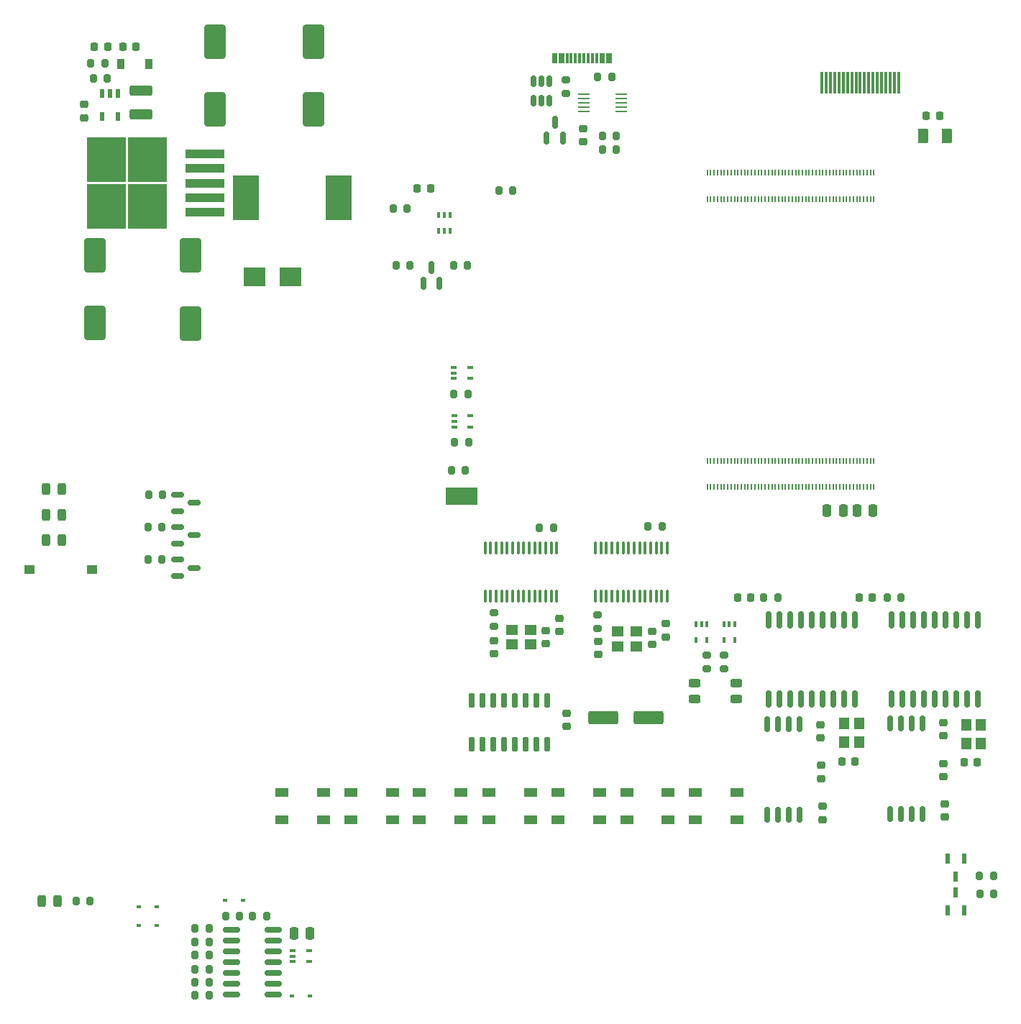
<source format=gtp>
G04 #@! TF.GenerationSoftware,KiCad,Pcbnew,6.0.2+dfsg-1*
G04 #@! TF.CreationDate,2022-11-23T20:56:24-08:00*
G04 #@! TF.ProjectId,cm4-robot,636d342d-726f-4626-9f74-2e6b69636164,rev?*
G04 #@! TF.SameCoordinates,Original*
G04 #@! TF.FileFunction,Paste,Top*
G04 #@! TF.FilePolarity,Positive*
%FSLAX46Y46*%
G04 Gerber Fmt 4.6, Leading zero omitted, Abs format (unit mm)*
G04 Created by KiCad (PCBNEW 6.0.2+dfsg-1) date 2022-11-23 20:56:24*
%MOMM*%
%LPD*%
G01*
G04 APERTURE LIST*
G04 Aperture macros list*
%AMRoundRect*
0 Rectangle with rounded corners*
0 $1 Rounding radius*
0 $2 $3 $4 $5 $6 $7 $8 $9 X,Y pos of 4 corners*
0 Add a 4 corners polygon primitive as box body*
4,1,4,$2,$3,$4,$5,$6,$7,$8,$9,$2,$3,0*
0 Add four circle primitives for the rounded corners*
1,1,$1+$1,$2,$3*
1,1,$1+$1,$4,$5*
1,1,$1+$1,$6,$7*
1,1,$1+$1,$8,$9*
0 Add four rect primitives between the rounded corners*
20,1,$1+$1,$2,$3,$4,$5,0*
20,1,$1+$1,$4,$5,$6,$7,0*
20,1,$1+$1,$6,$7,$8,$9,0*
20,1,$1+$1,$8,$9,$2,$3,0*%
G04 Aperture macros list end*
%ADD10RoundRect,0.200000X-0.200000X-0.275000X0.200000X-0.275000X0.200000X0.275000X-0.200000X0.275000X0*%
%ADD11R,0.600000X0.450000*%
%ADD12R,1.400000X1.200000*%
%ADD13RoundRect,0.250000X1.075000X-0.375000X1.075000X0.375000X-1.075000X0.375000X-1.075000X-0.375000X0*%
%ADD14RoundRect,0.250000X-1.000000X1.750000X-1.000000X-1.750000X1.000000X-1.750000X1.000000X1.750000X0*%
%ADD15R,2.500000X2.300000*%
%ADD16R,0.228600X0.711200*%
%ADD17R,1.500000X1.000000*%
%ADD18RoundRect,0.225000X-0.250000X0.225000X-0.250000X-0.225000X0.250000X-0.225000X0.250000X0.225000X0*%
%ADD19RoundRect,0.200000X0.200000X0.275000X-0.200000X0.275000X-0.200000X-0.275000X0.200000X-0.275000X0*%
%ADD20RoundRect,0.225000X0.250000X-0.225000X0.250000X0.225000X-0.250000X0.225000X-0.250000X-0.225000X0*%
%ADD21RoundRect,0.225000X-0.225000X-0.250000X0.225000X-0.250000X0.225000X0.250000X-0.225000X0.250000X0*%
%ADD22R,0.600000X1.300000*%
%ADD23R,0.650000X0.400000*%
%ADD24R,1.200000X1.400000*%
%ADD25RoundRect,0.250000X1.000000X-1.750000X1.000000X1.750000X-1.000000X1.750000X-1.000000X-1.750000X0*%
%ADD26RoundRect,0.150000X-0.587500X-0.150000X0.587500X-0.150000X0.587500X0.150000X-0.587500X0.150000X0*%
%ADD27RoundRect,0.250000X0.375000X0.625000X-0.375000X0.625000X-0.375000X-0.625000X0.375000X-0.625000X0*%
%ADD28RoundRect,0.225000X0.225000X0.250000X-0.225000X0.250000X-0.225000X-0.250000X0.225000X-0.250000X0*%
%ADD29RoundRect,0.200000X0.275000X-0.200000X0.275000X0.200000X-0.275000X0.200000X-0.275000X-0.200000X0*%
%ADD30R,0.300000X2.600000*%
%ADD31R,0.600000X1.050000*%
%ADD32RoundRect,0.200000X-0.275000X0.200000X-0.275000X-0.200000X0.275000X-0.200000X0.275000X0.200000X0*%
%ADD33RoundRect,0.150000X0.150000X-0.875000X0.150000X0.875000X-0.150000X0.875000X-0.150000X-0.875000X0*%
%ADD34R,0.400000X0.650000*%
%ADD35RoundRect,0.150000X-0.825000X-0.150000X0.825000X-0.150000X0.825000X0.150000X-0.825000X0.150000X0*%
%ADD36RoundRect,0.250000X-0.250000X-0.475000X0.250000X-0.475000X0.250000X0.475000X-0.250000X0.475000X0*%
%ADD37R,4.550000X5.250000*%
%ADD38R,4.600000X1.100000*%
%ADD39RoundRect,0.150000X-0.150000X0.750000X-0.150000X-0.750000X0.150000X-0.750000X0.150000X0.750000X0*%
%ADD40RoundRect,0.243750X0.243750X0.456250X-0.243750X0.456250X-0.243750X-0.456250X0.243750X-0.456250X0*%
%ADD41R,1.200000X1.000000*%
%ADD42RoundRect,0.250000X0.250000X0.475000X-0.250000X0.475000X-0.250000X-0.475000X0.250000X-0.475000X0*%
%ADD43RoundRect,0.250000X-1.500000X-0.550000X1.500000X-0.550000X1.500000X0.550000X-1.500000X0.550000X0*%
%ADD44RoundRect,0.150000X0.150000X-0.587500X0.150000X0.587500X-0.150000X0.587500X-0.150000X-0.587500X0*%
%ADD45R,0.300000X1.150000*%
%ADD46RoundRect,0.243750X0.456250X-0.243750X0.456250X0.243750X-0.456250X0.243750X-0.456250X-0.243750X0*%
%ADD47RoundRect,0.100000X0.100000X-0.637500X0.100000X0.637500X-0.100000X0.637500X-0.100000X-0.637500X0*%
%ADD48R,1.358900X0.279400*%
%ADD49R,0.900000X1.200000*%
%ADD50RoundRect,0.150000X0.150000X-0.725000X0.150000X0.725000X-0.150000X0.725000X-0.150000X-0.725000X0*%
%ADD51R,0.200000X0.700000*%
%ADD52RoundRect,0.150000X-0.150000X0.512500X-0.150000X-0.512500X0.150000X-0.512500X0.150000X0.512500X0*%
%ADD53R,3.149600X5.308600*%
%ADD54R,3.800000X2.000000*%
G04 APERTURE END LIST*
D10*
X62636000Y-151613000D03*
X64286000Y-151613000D03*
D11*
X58128000Y-148094000D03*
X56028000Y-148094000D03*
D12*
X102115000Y-113269000D03*
X99915000Y-113269000D03*
X99915000Y-114969000D03*
X102115000Y-114969000D03*
D13*
X56262000Y-52608000D03*
X56262000Y-49808000D03*
D14*
X62099000Y-69208000D03*
X62099000Y-77208000D03*
D15*
X69596000Y-71756000D03*
X73896000Y-71756000D03*
D16*
X122950002Y-59500001D03*
X122950002Y-62579999D03*
X123350001Y-59500001D03*
X123350001Y-62579999D03*
X123750000Y-59500001D03*
X123750000Y-62579999D03*
X124150002Y-59500001D03*
X124150002Y-62579999D03*
X124550001Y-59500001D03*
X124550001Y-62579999D03*
X124950000Y-59500001D03*
X124950000Y-62579999D03*
X125350002Y-59500001D03*
X125350002Y-62579999D03*
X125750001Y-59500001D03*
X125750001Y-62579999D03*
X126150001Y-59500001D03*
X126150001Y-62579999D03*
X126550000Y-59500001D03*
X126550000Y-62579999D03*
X126950001Y-59500001D03*
X126950001Y-62579999D03*
X127350001Y-59500001D03*
X127350001Y-62579999D03*
X127750000Y-59500001D03*
X127750000Y-62579999D03*
X128150002Y-59500001D03*
X128150002Y-62579999D03*
X128550001Y-59500001D03*
X128550001Y-62579999D03*
X128950000Y-59500001D03*
X128950000Y-62579999D03*
X129350002Y-59500001D03*
X129350002Y-62579999D03*
X129750001Y-59500001D03*
X129750001Y-62579999D03*
X130150000Y-59500001D03*
X130150000Y-62579999D03*
X130549999Y-59500001D03*
X130549999Y-62579999D03*
X130950001Y-59500001D03*
X130950001Y-62579999D03*
X131350000Y-59500001D03*
X131350000Y-62579999D03*
X131749999Y-59500001D03*
X131749999Y-62579999D03*
X132150001Y-59500001D03*
X132150001Y-62579999D03*
X132550000Y-59500001D03*
X132550000Y-62579999D03*
X132950000Y-59500001D03*
X132950000Y-62579999D03*
X133350001Y-59500001D03*
X133350001Y-62579999D03*
X133750001Y-59500001D03*
X133750001Y-62579999D03*
X134150000Y-59500001D03*
X134150000Y-62579999D03*
X134549999Y-59500001D03*
X134549999Y-62579999D03*
X134950001Y-59500001D03*
X134950001Y-62579999D03*
X135350000Y-59500001D03*
X135350000Y-62579999D03*
X135749999Y-59500001D03*
X135749999Y-62579999D03*
X136150001Y-59500001D03*
X136150001Y-62579999D03*
X136550000Y-59500001D03*
X136550000Y-62579999D03*
X136949999Y-59500001D03*
X136949999Y-62579999D03*
X137349998Y-59500001D03*
X137349998Y-62579999D03*
X137750000Y-59500001D03*
X137750000Y-62579999D03*
X138149999Y-59500001D03*
X138149999Y-62579999D03*
X138549999Y-59500001D03*
X138549999Y-62579999D03*
X138950000Y-59500001D03*
X138950000Y-62579999D03*
X139349999Y-59500001D03*
X139349999Y-62579999D03*
X139749999Y-59500001D03*
X139749999Y-62579999D03*
X140150000Y-59500001D03*
X140150000Y-62579999D03*
X140550000Y-59500001D03*
X140550000Y-62579999D03*
X140949999Y-59500001D03*
X140949999Y-62579999D03*
X141349998Y-59500001D03*
X141349998Y-62579999D03*
X141750000Y-59500001D03*
X141750000Y-62579999D03*
X142149999Y-59500001D03*
X142149999Y-62579999D03*
X142549998Y-59500001D03*
X142549998Y-62579999D03*
D17*
X102150000Y-135650000D03*
X102150000Y-132450000D03*
X97250000Y-132450000D03*
X97250000Y-135650000D03*
D18*
X136250000Y-124475000D03*
X136250000Y-126025000D03*
D10*
X93206000Y-91223000D03*
X94856000Y-91223000D03*
D19*
X64286000Y-150036000D03*
X62636000Y-150036000D03*
D20*
X110066000Y-116220000D03*
X110066000Y-114670000D03*
D19*
X111697000Y-48203000D03*
X110047000Y-48203000D03*
D21*
X88787000Y-61334000D03*
X90337000Y-61334000D03*
D22*
X153168000Y-140255000D03*
X151268000Y-140255000D03*
X152218000Y-142355000D03*
D12*
X114552000Y-113521000D03*
X112352000Y-113521000D03*
X112352000Y-115221000D03*
X114552000Y-115221000D03*
D18*
X136353000Y-129269000D03*
X136353000Y-130819000D03*
D23*
X93111000Y-82409000D03*
X93111000Y-83059000D03*
X93111000Y-83709000D03*
X95011000Y-83709000D03*
X95011000Y-82409000D03*
D24*
X140800000Y-126481000D03*
X140800000Y-124281000D03*
X139100000Y-124281000D03*
X139100000Y-126481000D03*
D20*
X105533000Y-113505000D03*
X105533000Y-111955000D03*
D25*
X76556000Y-52038000D03*
X76556000Y-44038000D03*
D19*
X112233000Y-56726000D03*
X110583000Y-56726000D03*
D26*
X60613500Y-97399000D03*
X60613500Y-99299000D03*
X62488500Y-98349000D03*
D10*
X154985000Y-142250000D03*
X156635000Y-142250000D03*
D27*
X151151000Y-55145000D03*
X148351000Y-55145000D03*
D28*
X52335600Y-44626600D03*
X50785600Y-44626600D03*
D21*
X126519000Y-109512000D03*
X128069000Y-109512000D03*
D17*
X118350000Y-135650000D03*
X118350000Y-132450000D03*
X113450000Y-132450000D03*
X113450000Y-135650000D03*
D21*
X148727000Y-52742000D03*
X150277000Y-52742000D03*
D22*
X151268000Y-146305000D03*
X153168000Y-146305000D03*
X152218000Y-144205000D03*
D26*
X60613500Y-101223000D03*
X60613500Y-103123000D03*
X62488500Y-102173000D03*
D17*
X77750000Y-135650000D03*
X77750000Y-132450000D03*
X72850000Y-132450000D03*
X72850000Y-135650000D03*
D29*
X124890000Y-117911000D03*
X124890000Y-116261000D03*
D30*
X136460000Y-48849000D03*
X136960000Y-48849000D03*
X137460000Y-48849000D03*
X137960000Y-48849000D03*
X138460000Y-48849000D03*
X138960000Y-48849000D03*
X139460000Y-48849000D03*
X139960000Y-48849000D03*
X140460000Y-48849000D03*
X140960000Y-48849000D03*
X141460000Y-48849000D03*
X141960000Y-48849000D03*
X142460000Y-48849000D03*
X142960000Y-48849000D03*
X143460000Y-48849000D03*
X143960000Y-48849000D03*
X144460000Y-48849000D03*
X144960000Y-48849000D03*
X145460000Y-48849000D03*
D31*
X53567000Y-50192000D03*
X52617000Y-50192000D03*
X51667000Y-50192000D03*
X51667000Y-52892000D03*
X53567000Y-52892000D03*
D10*
X57074000Y-101234000D03*
X58724000Y-101234000D03*
X62636000Y-148436000D03*
X64286000Y-148436000D03*
D23*
X93153000Y-88117000D03*
X93153000Y-88767000D03*
X93153000Y-89417000D03*
X95053000Y-89417000D03*
X95053000Y-88117000D03*
D10*
X48621000Y-145218000D03*
X50271000Y-145218000D03*
D18*
X116412000Y-113453000D03*
X116412000Y-115003000D03*
D32*
X97824000Y-111252000D03*
X97824000Y-112902000D03*
D33*
X130209000Y-121401000D03*
X131479000Y-121401000D03*
X132749000Y-121401000D03*
X134019000Y-121401000D03*
X135289000Y-121401000D03*
X136559000Y-121401000D03*
X137829000Y-121401000D03*
X139099000Y-121401000D03*
X140369000Y-121401000D03*
X140369000Y-112101000D03*
X139099000Y-112101000D03*
X137829000Y-112101000D03*
X136559000Y-112101000D03*
X135289000Y-112101000D03*
X134019000Y-112101000D03*
X132749000Y-112101000D03*
X131479000Y-112101000D03*
X130209000Y-112101000D03*
D21*
X54128000Y-44635800D03*
X55678000Y-44635800D03*
D18*
X150872000Y-133816000D03*
X150872000Y-135366000D03*
D19*
X64286000Y-154790000D03*
X62636000Y-154790000D03*
D28*
X140360000Y-128794000D03*
X138810000Y-128794000D03*
D20*
X97846000Y-116092000D03*
X97846000Y-114542000D03*
D19*
X94475000Y-94489000D03*
X92825000Y-94489000D03*
D34*
X126186000Y-112624000D03*
X125536000Y-112624000D03*
X124886000Y-112624000D03*
X124886000Y-114524000D03*
X126186000Y-114524000D03*
D35*
X66891000Y-148643000D03*
X66891000Y-149913000D03*
X66891000Y-151183000D03*
X66891000Y-152453000D03*
X66891000Y-153723000D03*
X66891000Y-154993000D03*
X66891000Y-156263000D03*
X71841000Y-156263000D03*
X71841000Y-154993000D03*
X71841000Y-153723000D03*
X71841000Y-152453000D03*
X71841000Y-151183000D03*
X71841000Y-149913000D03*
X71841000Y-148643000D03*
D24*
X155119000Y-126651000D03*
X155119000Y-124451000D03*
X153419000Y-124451000D03*
X153419000Y-126651000D03*
D36*
X140550000Y-99250000D03*
X142450000Y-99250000D03*
D11*
X74027000Y-156423000D03*
X76127000Y-156423000D03*
D37*
X52206000Y-57921000D03*
X52206000Y-63471000D03*
X57056000Y-63471000D03*
X57056000Y-57921000D03*
D38*
X63781000Y-64096000D03*
X63781000Y-62396000D03*
X63781000Y-60696000D03*
X63781000Y-58996000D03*
X63781000Y-57296000D03*
D34*
X122909000Y-112629000D03*
X122259000Y-112629000D03*
X121609000Y-112629000D03*
X121609000Y-114529000D03*
X122909000Y-114529000D03*
D39*
X148292000Y-124297000D03*
X147022000Y-124297000D03*
X145752000Y-124297000D03*
X144482000Y-124297000D03*
X144482000Y-134947000D03*
X145752000Y-134947000D03*
X147022000Y-134947000D03*
X148292000Y-134947000D03*
D25*
X65016000Y-52038000D03*
X65016000Y-44038000D03*
D32*
X106282000Y-48501000D03*
X106282000Y-50151000D03*
D19*
X145764000Y-109512000D03*
X144114000Y-109512000D03*
D23*
X74125000Y-151070000D03*
X74125000Y-151720000D03*
X74125000Y-152370000D03*
X76025000Y-152370000D03*
X76025000Y-151070000D03*
D40*
X46937500Y-99750000D03*
X45062500Y-99750000D03*
D10*
X57074000Y-105039000D03*
X58724000Y-105039000D03*
X50336000Y-46602000D03*
X51986000Y-46602000D03*
D19*
X156675000Y-144350000D03*
X155025000Y-144350000D03*
X64286000Y-153240000D03*
X62636000Y-153240000D03*
D29*
X122884000Y-117894000D03*
X122884000Y-116244000D03*
D14*
X50800000Y-69191000D03*
X50800000Y-77191000D03*
D41*
X43124000Y-106171000D03*
X50524000Y-106171000D03*
D11*
X68253000Y-145123000D03*
X66153000Y-145123000D03*
D17*
X126450000Y-135650000D03*
X126450000Y-132450000D03*
X121550000Y-132450000D03*
X121550000Y-135650000D03*
D10*
X110573000Y-55148000D03*
X112223000Y-55148000D03*
X86309000Y-70403000D03*
X87959000Y-70403000D03*
D42*
X138950000Y-99250000D03*
X137050000Y-99250000D03*
D43*
X110662000Y-123675000D03*
X116062000Y-123675000D03*
D44*
X104036000Y-55389500D03*
X105936000Y-55389500D03*
X104986000Y-53514500D03*
D18*
X150745000Y-129019000D03*
X150745000Y-130569000D03*
D10*
X85971000Y-63672000D03*
X87621000Y-63672000D03*
X69386000Y-146993000D03*
X71036000Y-146993000D03*
X57147000Y-97427000D03*
X58797000Y-97427000D03*
D18*
X150750000Y-124215000D03*
X150750000Y-125765000D03*
D10*
X62636000Y-156363000D03*
X64286000Y-156363000D03*
X98397000Y-61618000D03*
X100047000Y-61618000D03*
D20*
X108331000Y-55847000D03*
X108331000Y-54297000D03*
D19*
X94750000Y-85540000D03*
X93100000Y-85540000D03*
X52305000Y-48334000D03*
X50655000Y-48334000D03*
D40*
X46937500Y-96750000D03*
X45062500Y-96750000D03*
D19*
X104839000Y-101267000D03*
X103189000Y-101267000D03*
D32*
X110022000Y-111502000D03*
X110022000Y-113152000D03*
D45*
X111520000Y-46018000D03*
X110720000Y-46018000D03*
X109420000Y-46018000D03*
X108420000Y-46018000D03*
X107920000Y-46018000D03*
X106920000Y-46018000D03*
X105620000Y-46018000D03*
X104820000Y-46018000D03*
X105120000Y-46018000D03*
X105920000Y-46018000D03*
X106420000Y-46018000D03*
X107420000Y-46018000D03*
X108920000Y-46018000D03*
X109920000Y-46018000D03*
X110420000Y-46018000D03*
X111220000Y-46018000D03*
D26*
X60613500Y-105041000D03*
X60613500Y-106941000D03*
X62488500Y-105991000D03*
D36*
X74290000Y-149030000D03*
X76190000Y-149030000D03*
D20*
X49571000Y-53000000D03*
X49571000Y-51450000D03*
D10*
X66236000Y-146993000D03*
X67886000Y-146993000D03*
D33*
X144682000Y-121397000D03*
X145952000Y-121397000D03*
X147222000Y-121397000D03*
X148492000Y-121397000D03*
X149762000Y-121397000D03*
X151032000Y-121397000D03*
X152302000Y-121397000D03*
X153572000Y-121397000D03*
X154842000Y-121397000D03*
X154842000Y-112097000D03*
X153572000Y-112097000D03*
X152302000Y-112097000D03*
X151032000Y-112097000D03*
X149762000Y-112097000D03*
X148492000Y-112097000D03*
X147222000Y-112097000D03*
X145952000Y-112097000D03*
X144682000Y-112097000D03*
D17*
X85850000Y-135650000D03*
X85850000Y-132450000D03*
X80950000Y-132450000D03*
X80950000Y-135650000D03*
X93950000Y-135650000D03*
X93950000Y-132450000D03*
X89050000Y-132450000D03*
X89050000Y-135650000D03*
D39*
X133771000Y-124424000D03*
X132501000Y-124424000D03*
X131231000Y-124424000D03*
X129961000Y-124424000D03*
X129961000Y-135074000D03*
X131231000Y-135074000D03*
X132501000Y-135074000D03*
X133771000Y-135074000D03*
D17*
X110250000Y-135650000D03*
X110250000Y-132450000D03*
X105350000Y-132450000D03*
X105350000Y-135650000D03*
D46*
X121430000Y-121466500D03*
X121430000Y-119591500D03*
D28*
X154731000Y-128927000D03*
X153181000Y-128927000D03*
D18*
X136497000Y-134089000D03*
X136497000Y-135639000D03*
D19*
X131240000Y-109512000D03*
X129590000Y-109512000D03*
D47*
X96775000Y-109362500D03*
X97425000Y-109362500D03*
X98075000Y-109362500D03*
X98725000Y-109362500D03*
X99375000Y-109362500D03*
X100025000Y-109362500D03*
X100675000Y-109362500D03*
X101325000Y-109362500D03*
X101975000Y-109362500D03*
X102625000Y-109362500D03*
X103275000Y-109362500D03*
X103925000Y-109362500D03*
X104575000Y-109362500D03*
X105225000Y-109362500D03*
X105225000Y-103637500D03*
X104575000Y-103637500D03*
X103925000Y-103637500D03*
X103275000Y-103637500D03*
X102625000Y-103637500D03*
X101975000Y-103637500D03*
X101325000Y-103637500D03*
X100675000Y-103637500D03*
X100025000Y-103637500D03*
X99375000Y-103637500D03*
X98725000Y-103637500D03*
X98075000Y-103637500D03*
X97425000Y-103637500D03*
X96775000Y-103637500D03*
D21*
X140814000Y-109512000D03*
X142364000Y-109512000D03*
D16*
X122950002Y-93420001D03*
X122950002Y-96499999D03*
X123350001Y-93420001D03*
X123350001Y-96499999D03*
X123750000Y-93420001D03*
X123750000Y-96499999D03*
X124150002Y-93420001D03*
X124150002Y-96499999D03*
X124550001Y-93420001D03*
X124550001Y-96499999D03*
X124950000Y-93420001D03*
X124950000Y-96499999D03*
X125350002Y-93420001D03*
X125350002Y-96499999D03*
X125750001Y-93420001D03*
X125750001Y-96499999D03*
X126150001Y-93420001D03*
X126150001Y-96499999D03*
X126550000Y-93420001D03*
X126550000Y-96499999D03*
X126950001Y-93420001D03*
X126950001Y-96499999D03*
X127350001Y-93420001D03*
X127350001Y-96499999D03*
X127750000Y-93420001D03*
X127750000Y-96499999D03*
X128150002Y-93420001D03*
X128150002Y-96499999D03*
X128550001Y-93420001D03*
X128550001Y-96499999D03*
X128950000Y-93420001D03*
X128950000Y-96499999D03*
X129350002Y-93420001D03*
X129350002Y-96499999D03*
X129750001Y-93420001D03*
X129750001Y-96499999D03*
X130150000Y-93420001D03*
X130150000Y-96499999D03*
X130549999Y-93420001D03*
X130549999Y-96499999D03*
X130950001Y-93420001D03*
X130950001Y-96499999D03*
X131350000Y-93420001D03*
X131350000Y-96499999D03*
X131749999Y-93420001D03*
X131749999Y-96499999D03*
X132150001Y-93420001D03*
X132150001Y-96499999D03*
X132550000Y-93420001D03*
X132550000Y-96499999D03*
X132950000Y-93420001D03*
X132950000Y-96499999D03*
X133350001Y-93420001D03*
X133350001Y-96499999D03*
X133750001Y-93420001D03*
X133750001Y-96499999D03*
X134150000Y-93420001D03*
X134150000Y-96499999D03*
X134549999Y-93420001D03*
X134549999Y-96499999D03*
X134950001Y-93420001D03*
X134950001Y-96499999D03*
X135350000Y-93420001D03*
X135350000Y-96499999D03*
X135749999Y-93420001D03*
X135749999Y-96499999D03*
X136150001Y-93420001D03*
X136150001Y-96499999D03*
X136550000Y-93420001D03*
X136550000Y-96499999D03*
X136949999Y-93420001D03*
X136949999Y-96499999D03*
X137349998Y-93420001D03*
X137349998Y-96499999D03*
X137750000Y-93420001D03*
X137750000Y-96499999D03*
X138149999Y-93420001D03*
X138149999Y-96499999D03*
X138549999Y-93420001D03*
X138549999Y-96499999D03*
X138950000Y-93420001D03*
X138950000Y-96499999D03*
X139349999Y-93420001D03*
X139349999Y-96499999D03*
X139749999Y-93420001D03*
X139749999Y-96499999D03*
X140150000Y-93420001D03*
X140150000Y-96499999D03*
X140550000Y-93420001D03*
X140550000Y-96499999D03*
X140949999Y-93420001D03*
X140949999Y-96499999D03*
X141349998Y-93420001D03*
X141349998Y-96499999D03*
X141750000Y-93420001D03*
X141750000Y-96499999D03*
X142149999Y-93420001D03*
X142149999Y-96499999D03*
X142549998Y-93420001D03*
X142549998Y-96499999D03*
D48*
X112848550Y-52262001D03*
X112848550Y-51761999D03*
X112848550Y-51262000D03*
X112848550Y-50762001D03*
X112848550Y-50261999D03*
X108441650Y-50261999D03*
X108441650Y-50762001D03*
X108441650Y-51262000D03*
X108441650Y-51761999D03*
X108441650Y-52262001D03*
D19*
X94709000Y-70369000D03*
X93059000Y-70369000D03*
D20*
X118031000Y-114141000D03*
X118031000Y-112591000D03*
D40*
X46442500Y-145203000D03*
X44567500Y-145203000D03*
D49*
X53898000Y-46713200D03*
X57198000Y-46713200D03*
D50*
X95187000Y-126753000D03*
X96457000Y-126753000D03*
X97727000Y-126753000D03*
X98997000Y-126753000D03*
X100267000Y-126753000D03*
X101537000Y-126753000D03*
X102807000Y-126753000D03*
X104077000Y-126753000D03*
X104077000Y-121603000D03*
X102807000Y-121603000D03*
X101537000Y-121603000D03*
X100267000Y-121603000D03*
X98997000Y-121603000D03*
X97727000Y-121603000D03*
X96457000Y-121603000D03*
X95187000Y-121603000D03*
D19*
X117627000Y-101083000D03*
X115977000Y-101083000D03*
D47*
X109775000Y-109362500D03*
X110425000Y-109362500D03*
X111075000Y-109362500D03*
X111725000Y-109362500D03*
X112375000Y-109362500D03*
X113025000Y-109362500D03*
X113675000Y-109362500D03*
X114325000Y-109362500D03*
X114975000Y-109362500D03*
X115625000Y-109362500D03*
X116275000Y-109362500D03*
X116925000Y-109362500D03*
X117575000Y-109362500D03*
X118225000Y-109362500D03*
X118225000Y-103637500D03*
X117575000Y-103637500D03*
X116925000Y-103637500D03*
X116275000Y-103637500D03*
X115625000Y-103637500D03*
X114975000Y-103637500D03*
X114325000Y-103637500D03*
X113675000Y-103637500D03*
X113025000Y-103637500D03*
X112375000Y-103637500D03*
X111725000Y-103637500D03*
X111075000Y-103637500D03*
X110425000Y-103637500D03*
X109775000Y-103637500D03*
D18*
X103943000Y-113394000D03*
X103943000Y-114944000D03*
D46*
X126338000Y-121478500D03*
X126338000Y-119603500D03*
D11*
X58133000Y-145947000D03*
X56033000Y-145947000D03*
D51*
X122950000Y-96500000D03*
X122950000Y-93420000D03*
X123350000Y-96500000D03*
X123350000Y-93420000D03*
X123750000Y-96500000D03*
X123750000Y-93420000D03*
X124150000Y-96500000D03*
X124150000Y-93420000D03*
X124550000Y-96500000D03*
X124550000Y-93420000D03*
X124950000Y-96500000D03*
X124950000Y-93420000D03*
X125350000Y-96500000D03*
X125350000Y-93420000D03*
X125750000Y-96500000D03*
X125750000Y-93420000D03*
X126150000Y-96500000D03*
X126150000Y-93420000D03*
X126550000Y-96500000D03*
X126550000Y-93420000D03*
X126950000Y-96500000D03*
X126950000Y-93420000D03*
X127350000Y-96500000D03*
X127350000Y-93420000D03*
X127750000Y-96500000D03*
X127750000Y-93420000D03*
X128150000Y-96500000D03*
X128150000Y-93420000D03*
X128550000Y-96500000D03*
X128550000Y-93420000D03*
X128950000Y-96500000D03*
X128950000Y-93420000D03*
X129350000Y-96500000D03*
X129350000Y-93420000D03*
X129750000Y-96500000D03*
X129750000Y-93420000D03*
X130150000Y-96500000D03*
X130150000Y-93420000D03*
X130550000Y-96500000D03*
X130550000Y-93420000D03*
X130950000Y-96500000D03*
X130950000Y-93420000D03*
X131350000Y-96500000D03*
X131350000Y-93420000D03*
X131750000Y-96500000D03*
X131750000Y-93420000D03*
X132150000Y-96500000D03*
X132150000Y-93420000D03*
X132550000Y-96500000D03*
X132550000Y-93420000D03*
X132950000Y-96500000D03*
X132950000Y-93420000D03*
X133350000Y-96500000D03*
X133350000Y-93420000D03*
X133750000Y-96500000D03*
X133750000Y-93420000D03*
X134150000Y-96500000D03*
X134150000Y-93420000D03*
X134550000Y-96500000D03*
X134550000Y-93420000D03*
X134950000Y-96500000D03*
X134950000Y-93420000D03*
X135350000Y-96500000D03*
X135350000Y-93420000D03*
X135750000Y-96500000D03*
X135750000Y-93420000D03*
X136150000Y-96500000D03*
X136150000Y-93420000D03*
X136550000Y-96500000D03*
X136550000Y-93420000D03*
X136950000Y-96500000D03*
X136950000Y-93420000D03*
X137350000Y-96500000D03*
X137350000Y-93420000D03*
X137750000Y-96500000D03*
X137750000Y-93420000D03*
X138150000Y-96500000D03*
X138150000Y-93420000D03*
X138550000Y-96500000D03*
X138550000Y-93420000D03*
X138950000Y-96500000D03*
X138950000Y-93420000D03*
X139350000Y-96500000D03*
X139350000Y-93420000D03*
X139750000Y-96500000D03*
X139750000Y-93420000D03*
X140150000Y-96500000D03*
X140150000Y-93420000D03*
X140550000Y-96500000D03*
X140550000Y-93420000D03*
X140950000Y-96500000D03*
X140950000Y-93420000D03*
X141350000Y-96500000D03*
X141350000Y-93420000D03*
X141750000Y-96500000D03*
X141750000Y-93420000D03*
X142150000Y-96500000D03*
X142150000Y-93420000D03*
X142550000Y-96500000D03*
X142550000Y-93420000D03*
X122950000Y-62580000D03*
X122950000Y-59500000D03*
X123350000Y-62580000D03*
X123350000Y-59500000D03*
X123750000Y-62580000D03*
X123750000Y-59500000D03*
X124150000Y-62580000D03*
X124150000Y-59500000D03*
X124550000Y-62580000D03*
X124550000Y-59500000D03*
X124950000Y-62580000D03*
X124950000Y-59500000D03*
X125350000Y-62580000D03*
X125350000Y-59500000D03*
X125750000Y-62580000D03*
X125750000Y-59500000D03*
X126150000Y-62580000D03*
X126150000Y-59500000D03*
X126550000Y-62580000D03*
X126550000Y-59500000D03*
X126950000Y-62580000D03*
X126950000Y-59500000D03*
X127350000Y-62580000D03*
X127350000Y-59500000D03*
X127750000Y-62580000D03*
X127750000Y-59500000D03*
X128150000Y-62580000D03*
X128150000Y-59500000D03*
X128550000Y-62580000D03*
X128550000Y-59500000D03*
X128950000Y-62580000D03*
X128950000Y-59500000D03*
X129350000Y-62580000D03*
X129350000Y-59500000D03*
X129750000Y-62580000D03*
X129750000Y-59500000D03*
X130150000Y-62580000D03*
X130150000Y-59500000D03*
X130550000Y-62580000D03*
X130550000Y-59500000D03*
X130950000Y-62580000D03*
X130950000Y-59500000D03*
X131350000Y-62580000D03*
X131350000Y-59500000D03*
X131750000Y-62580000D03*
X131750000Y-59500000D03*
X132150000Y-62580000D03*
X132150000Y-59500000D03*
X132550000Y-62580000D03*
X132550000Y-59500000D03*
X132950000Y-62580000D03*
X132950000Y-59500000D03*
X133350000Y-62580000D03*
X133350000Y-59500000D03*
X133750000Y-62580000D03*
X133750000Y-59500000D03*
X134150000Y-62580000D03*
X134150000Y-59500000D03*
X134550000Y-62580000D03*
X134550000Y-59500000D03*
X134950000Y-62580000D03*
X134950000Y-59500000D03*
X135350000Y-62580000D03*
X135350000Y-59500000D03*
X135750000Y-62580000D03*
X135750000Y-59500000D03*
X136150000Y-62580000D03*
X136150000Y-59500000D03*
X136550000Y-62580000D03*
X136550000Y-59500000D03*
X136950000Y-62580000D03*
X136950000Y-59500000D03*
X137350000Y-62580000D03*
X137350000Y-59500000D03*
X137750000Y-62580000D03*
X137750000Y-59500000D03*
X138150000Y-62580000D03*
X138150000Y-59500000D03*
X138550000Y-62580000D03*
X138550000Y-59500000D03*
X138950000Y-62580000D03*
X138950000Y-59500000D03*
X139350000Y-62580000D03*
X139350000Y-59500000D03*
X139750000Y-62580000D03*
X139750000Y-59500000D03*
X140150000Y-62580000D03*
X140150000Y-59500000D03*
X140550000Y-62580000D03*
X140550000Y-59500000D03*
X140950000Y-62580000D03*
X140950000Y-59500000D03*
X141350000Y-62580000D03*
X141350000Y-59500000D03*
X141750000Y-62580000D03*
X141750000Y-59500000D03*
X142150000Y-62580000D03*
X142150000Y-59500000D03*
X142550000Y-62580000D03*
X142550000Y-59500000D03*
D18*
X106352000Y-123110000D03*
X106352000Y-124660000D03*
D52*
X104366000Y-48702500D03*
X103416000Y-48702500D03*
X102466000Y-48702500D03*
X102466000Y-50977500D03*
X103416000Y-50977500D03*
X104366000Y-50977500D03*
D44*
X89510000Y-72485500D03*
X91410000Y-72485500D03*
X90460000Y-70610500D03*
D53*
X68579300Y-62430000D03*
X79526700Y-62430000D03*
D34*
X92638000Y-64435000D03*
X91988000Y-64435000D03*
X91338000Y-64435000D03*
X91338000Y-66335000D03*
X91988000Y-66335000D03*
X92638000Y-66335000D03*
D54*
X93990000Y-97579000D03*
D40*
X46937500Y-102750000D03*
X45062500Y-102750000D03*
M02*

</source>
